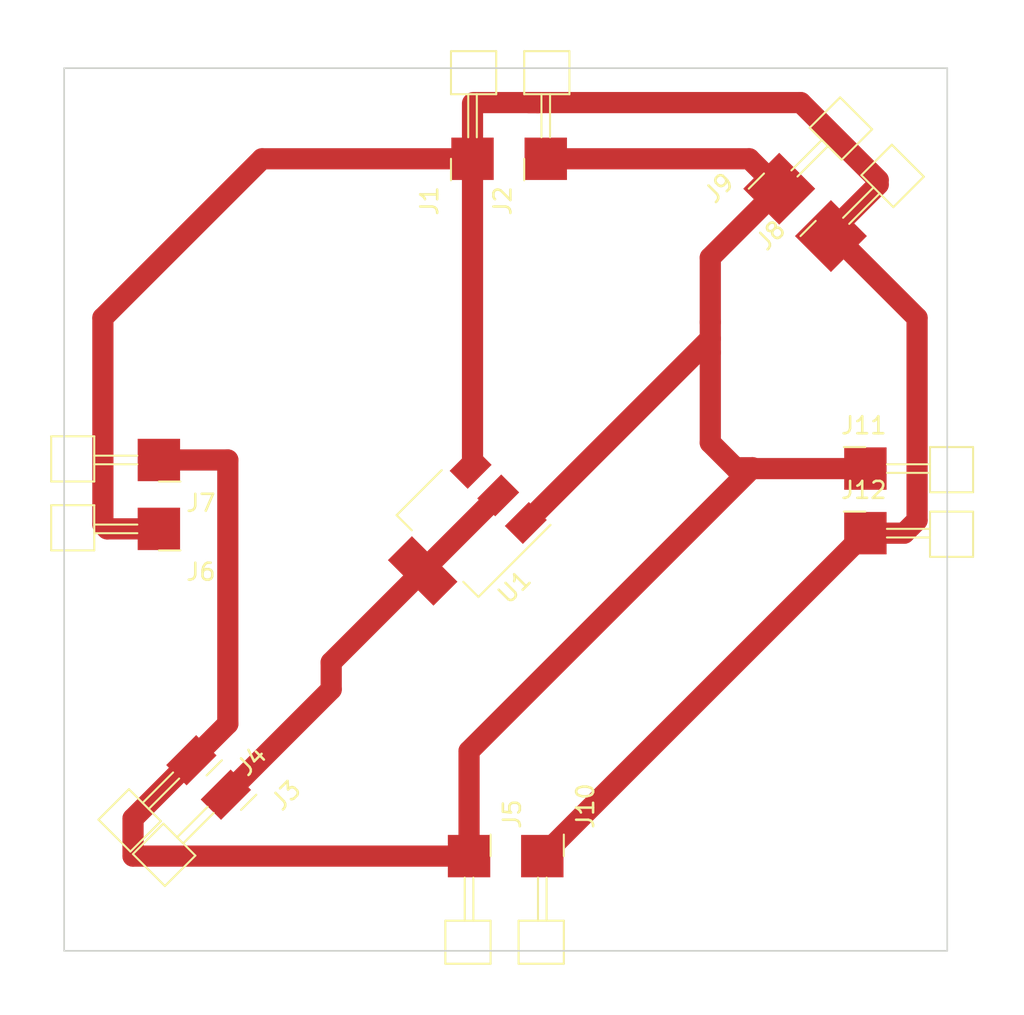
<source format=kicad_pcb>
(kicad_pcb (version 20211014) (generator pcbnew)
  (layers (0 "F.Cu" signal) (31 "B.Cu" signal) (34 "B.Paste" user) (35 "F.Paste" user) (36 "B.SilkS" user "B.Silkscreen") (37 "F.SilkS" user "F.Silkscreen") (38 "B.Mask" user) (39 "F.Mask" user) (44 "Edge.Cuts" user))
  (net 0 "")
  (net 1 "GND")
  (net 2 "11.1V")
  (net 3 "5V")
  (footprint "fab:PinHeader_1x01_P2.54mm_Horizontal_SMD" (layer "F.Cu") (at 218.694 127.762 -90)
    (fp_text reference "J5" (at -1.524 -2.54 90) (layer "F.SilkS") (effects (justify left)))
    (fp_text value "Conn_01x01_Male")
    (fp_line (start 3.81 1.397) (end 3.81 -1.27) (layer "F.SilkS") (width 0.12))
    (fp_line (start 6.35 -1.27) (end 6.35 1.397) (layer "F.SilkS") (width 0.12))
    (fp_line (start 3.81 -0.254) (end 1.27 -0.254) (layer "F.SilkS") (width 0.12))
    (fp_line (start 6.35 1.397) (end 3.81 1.397) (layer "F.SilkS") (width 0.12))
    (fp_line (start 3.81 -1.27) (end 6.35 -1.27) (layer "F.SilkS") (width 0.12))
    (fp_line (start 3.81 0.254) (end 1.27 0.254) (layer "F.SilkS") (width 0.12))
    (fp_line (start -1.27 -1.27) (end 0 -1.27) (layer "F.SilkS") (width 0.12))
    (pad "1" smd rect locked (at 0 0 270) (size 2.5 2.5) (layers "F.Cu" "F.Paste" "F.Mask") (net 1 "GND"))
  )
  (footprint "fab:PinHeader_1x01_P2.54mm_Horizontal_SMD" (layer "F.Cu") (at 204.353701 124.13901 -135)
    (fp_text reference "J3" (at -1.524 -2.54 45) (layer "F.SilkS") (effects (justify left)))
    (fp_text value "Conn_01x01_Male")
    (fp_line (start 3.81 -0.254) (end 1.27 -0.254) (layer "F.SilkS") (width 0.12))
    (fp_line (start 3.81 0.254) (end 1.27 0.254) (layer "F.SilkS") (width 0.12))
    (fp_line (start 6.35 1.397) (end 3.81 1.397) (layer "F.SilkS") (width 0.12))
    (fp_line (start 3.81 1.397) (end 3.81 -1.27) (layer "F.SilkS") (width 0.12))
    (fp_line (start 3.81 -1.27) (end 6.35 -1.27) (layer "F.SilkS") (width 0.12))
    (fp_line (start -1.27 -1.27) (end 0 -1.27) (layer "F.SilkS") (width 0.12))
    (fp_line (start 6.35 -1.27) (end 6.35 1.397) (layer "F.SilkS") (width 0.12))
    (pad "1" smd rect locked (at 0 0 225) (size 2.5 1.7) (layers "F.Cu" "F.Paste" "F.Mask") (net 3 "5V"))
  )
  (footprint "fab:PinHeader_1x01_P2.54mm_Horizontal_SMD" (layer "F.Cu") (at 242.062 108.712)
    (fp_text reference "J12" (at -1.524 -2.54 180) (layer "F.SilkS") (effects (justify left)))
    (fp_text value "Conn_01x01_Male")
    (fp_line (start 3.81 1.397) (end 3.81 -1.27) (layer "F.SilkS") (width 0.12))
    (fp_line (start 6.35 1.397) (end 3.81 1.397) (layer "F.SilkS") (width 0.12))
    (fp_line (start 3.81 -0.254) (end 1.27 -0.254) (layer "F.SilkS") (width 0.12))
    (fp_line (start -1.27 -1.27) (end 0 -1.27) (layer "F.SilkS") (width 0.12))
    (fp_line (start 3.81 -1.27) (end 6.35 -1.27) (layer "F.SilkS") (width 0.12))
    (fp_line (start 3.81 0.254) (end 1.27 0.254) (layer "F.SilkS") (width 0.12))
    (fp_line (start 6.35 -1.27) (end 6.35 1.397) (layer "F.SilkS") (width 0.12))
    (pad "1" smd rect locked (at 0 0) (size 2.5 2.5) (layers "F.Cu" "F.Paste" "F.Mask") (net 2 "11.1V"))
  )
  (footprint "fab:PinHeader_1x01_P2.54mm_Horizontal_SMD" (layer "F.Cu") (at 242.062 104.902)
    (fp_text reference "J11" (at -1.524 -2.54 180) (layer "F.SilkS") (effects (justify left)))
    (fp_text value "Conn_01x01_Male")
    (fp_line (start -1.27 -1.27) (end 0 -1.27) (layer "F.SilkS") (width 0.12))
    (fp_line (start 6.35 1.397) (end 3.81 1.397) (layer "F.SilkS") (width 0.12))
    (fp_line (start 6.35 -1.27) (end 6.35 1.397) (layer "F.SilkS") (width 0.12))
    (fp_line (start 3.81 1.397) (end 3.81 -1.27) (layer "F.SilkS") (width 0.12))
    (fp_line (start 3.81 0.254) (end 1.27 0.254) (layer "F.SilkS") (width 0.12))
    (fp_line (start 3.81 -1.27) (end 6.35 -1.27) (layer "F.SilkS") (width 0.12))
    (fp_line (start 3.81 -0.254) (end 1.27 -0.254) (layer "F.SilkS") (width 0.12))
    (pad "1" smd rect locked (at 0 0) (size 2.5 2.5) (layers "F.Cu" "F.Paste" "F.Mask") (net 1 "GND"))
  )
  (footprint "fab:PinHeader_1x01_P2.54mm_Horizontal_SMD" (layer "F.Cu") (at 200.406 104.394 180)
    (fp_text reference "J7" (at -1.524 -2.54) (layer "F.SilkS") (effects (justify left)))
    (fp_text value "Conn_01x01_Male")
    (fp_line (start -1.27 -1.27) (end 0 -1.27) (layer "F.SilkS") (width 0.12))
    (fp_line (start 3.81 -1.27) (end 6.35 -1.27) (layer "F.SilkS") (width 0.12))
    (fp_line (start 6.35 1.397) (end 3.81 1.397) (layer "F.SilkS") (width 0.12))
    (fp_line (start 6.35 -1.27) (end 6.35 1.397) (layer "F.SilkS") (width 0.12))
    (fp_line (start 3.81 -0.254) (end 1.27 -0.254) (layer "F.SilkS") (width 0.12))
    (fp_line (start 3.81 0.254) (end 1.27 0.254) (layer "F.SilkS") (width 0.12))
    (fp_line (start 3.81 1.397) (end 3.81 -1.27) (layer "F.SilkS") (width 0.12))
    (pad "1" smd rect locked (at 0 0 180) (size 2.5 2.5) (layers "F.Cu" "F.Paste" "F.Mask") (net 1 "GND"))
  )
  (footprint "fab:PinHeader_1x01_P2.54mm_Horizontal_SMD" (layer "F.Cu") (at 223.216 86.628 90)
    (fp_text reference "J2" (at -1.524 -2.54 90) (layer "F.SilkS") (effects (justify right)))
    (fp_text value "Conn_01x01_Male")
    (fp_line (start 3.81 1.397) (end 3.81 -1.27) (layer "F.SilkS") (width 0.12))
    (fp_line (start 3.81 0.254) (end 1.27 0.254) (layer "F.SilkS") (width 0.12))
    (fp_line (start 6.35 1.397) (end 3.81 1.397) (layer "F.SilkS") (width 0.12))
    (fp_line (start -1.27 -1.27) (end 0 -1.27) (layer "F.SilkS") (width 0.12))
    (fp_line (start 6.35 -1.27) (end 6.35 1.397) (layer "F.SilkS") (width 0.12))
    (fp_line (start 3.81 -1.27) (end 6.35 -1.27) (layer "F.SilkS") (width 0.12))
    (fp_line (start 3.81 -0.254) (end 1.27 -0.254) (layer "F.SilkS") (width 0.12))
    (pad "1" smd rect locked (at 0 0 90) (size 2.5 2.5) (layers "F.Cu" "F.Paste" "F.Mask") (net 1 "GND"))
  )
  (footprint "fab:SOT-223-3_TabPin2" (layer "F.Cu") (at 218.186 108.712 -135)
    (fp_text reference "U1" (at 0 -4.5 45) (layer "F.SilkS"))
    (fp_text value "Regulator_Linear_NCP1117-5.0V-1A")
    (fp_line (start -1.85 3.41) (end 1.91 3.41) (layer "F.SilkS") (width 0.12))
    (fp_line (start 1.91 -3.41) (end 1.91 -2.15) (layer "F.SilkS") (width 0.12))
    (fp_line (start -4.1 -3.41) (end 1.91 -3.41) (layer "F.SilkS") (width 0.12))
    (fp_line (start 1.91 3.41) (end 1.91 2.15) (layer "F.SilkS") (width 0.12))
    (pad "1" smd rect locked (at -3.15 -2.3 225) (size 2 1.5) (layers "F.Cu" "F.Paste" "F.Mask") (net 1 "GND"))
    (pad "2" smd rect locked (at -3.149999 0 225) (size 2 1.5) (layers "F.Cu" "F.Paste" "F.Mask") (net 3 "5V"))
    (pad "2" smd rect locked (at 3.149999 0 225) (size 2 3.8) (layers "F.Cu" "F.Paste" "F.Mask") (net 3 "5V"))
    (pad "3" smd rect locked (at -3.15 2.3 225) (size 2 1.5) (layers "F.Cu" "F.Paste" "F.Mask") (net 2 "11.1V"))
  )
  (footprint "fab:PinHeader_1x01_P2.54mm_Horizontal_SMD" (layer "F.Cu") (at 240.03 91.186 45)
    (fp_text reference "J8" (at -1.524 -2.54 45) (layer "F.SilkS") (effects (justify right)))
    (fp_text value "Conn_01x01_Male")
    (fp_line (start 3.81 -0.254) (end 1.27 -0.254) (layer "F.SilkS") (width 0.12))
    (fp_line (start 3.81 0.254) (end 1.27 0.254) (layer "F.SilkS") (width 0.12))
    (fp_line (start 3.81 1.397) (end 3.81 -1.27) (layer "F.SilkS") (width 0.12))
    (fp_line (start -1.27 -1.27) (end 0 -1.27) (layer "F.SilkS") (width 0.12))
    (fp_line (start 6.35 1.397) (end 3.81 1.397) (layer "F.SilkS") (width 0.12))
    (fp_line (start 3.81 -1.27) (end 6.35 -1.27) (layer "F.SilkS") (width 0.12))
    (fp_line (start 6.35 -1.27) (end 6.35 1.397) (layer "F.SilkS") (width 0.12))
    (pad "1" smd rect locked (at 0 0 45) (size 3 3) (layers "F.Cu" "F.Paste" "F.Mask") (net 2 "11.1V"))
  )
  (footprint "fab:PinHeader_1x01_P2.54mm_Horizontal_SMD" (layer "F.Cu") (at 200.406 108.458 180)
    (fp_text reference "J6" (at -1.524 -2.54) (layer "F.SilkS") (effects (justify left)))
    (fp_text value "Conn_01x01_Male")
    (fp_line (start 3.81 0.254) (end 1.27 0.254) (layer "F.SilkS") (width 0.12))
    (fp_line (start 3.81 -0.254) (end 1.27 -0.254) (layer "F.SilkS") (width 0.12))
    (fp_line (start -1.27 -1.27) (end 0 -1.27) (layer "F.SilkS") (width 0.12))
    (fp_line (start 3.81 1.397) (end 3.81 -1.27) (layer "F.SilkS") (width 0.12))
    (fp_line (start 3.81 -1.27) (end 6.35 -1.27) (layer "F.SilkS") (width 0.12))
    (fp_line (start 6.35 -1.27) (end 6.35 1.397) (layer "F.SilkS") (width 0.12))
    (fp_line (start 6.35 1.397) (end 3.81 1.397) (layer "F.SilkS") (width 0.12))
    (pad "1" smd rect locked (at 0 0 180) (size 2.5 2.5) (layers "F.Cu" "F.Paste" "F.Mask") (net 2 "11.1V"))
  )
  (footprint "fab:PinHeader_1x01_P2.54mm_Horizontal_SMD" (layer "F.Cu") (at 218.898 86.628 90)
    (fp_text reference "J1" (at -1.524 -2.54 90) (layer "F.SilkS") (effects (justify right)))
    (fp_text value "Conn_01x01_Male")
    (fp_line (start 3.81 -0.254) (end 1.27 -0.254) (layer "F.SilkS") (width 0.12))
    (fp_line (start -1.27 -1.27) (end 0 -1.27) (layer "F.SilkS") (width 0.12))
    (fp_line (start 6.35 -1.27) (end 6.35 1.397) (layer "F.SilkS") (width 0.12))
    (fp_line (start 3.81 1.397) (end 3.81 -1.27) (layer "F.SilkS") (width 0.12))
    (fp_line (start 3.81 -1.27) (end 6.35 -1.27) (layer "F.SilkS") (width 0.12))
    (fp_line (start 6.35 1.397) (end 3.81 1.397) (layer "F.SilkS") (width 0.12))
    (fp_line (start 3.81 0.254) (end 1.27 0.254) (layer "F.SilkS") (width 0.12))
    (pad "1" smd rect locked (at 0 0 90) (size 2.5 2.5) (layers "F.Cu" "F.Paste" "F.Mask") (net 2 "11.1V"))
  )
  (footprint "fab:PinHeader_1x01_P2.54mm_Horizontal_SMD" (layer "F.Cu") (at 223.012 127.762 -90)
    (fp_text reference "J10" (at -1.524 -2.54 90) (layer "F.SilkS") (effects (justify left)))
    (fp_text value "Conn_01x01_Male")
    (fp_line (start 6.35 1.397) (end 3.81 1.397) (layer "F.SilkS") (width 0.12))
    (fp_line (start -1.27 -1.27) (end 0 -1.27) (layer "F.SilkS") (width 0.12))
    (fp_line (start 3.81 -1.27) (end 6.35 -1.27) (layer "F.SilkS") (width 0.12))
    (fp_line (start 3.81 0.254) (end 1.27 0.254) (layer "F.SilkS") (width 0.12))
    (fp_line (start 6.35 -1.27) (end 6.35 1.397) (layer "F.SilkS") (width 0.12))
    (fp_line (start 3.81 1.397) (end 3.81 -1.27) (layer "F.SilkS") (width 0.12))
    (fp_line (start 3.81 -0.254) (end 1.27 -0.254) (layer "F.SilkS") (width 0.12))
    (pad "1" smd rect locked (at 0 0 270) (size 2.5 2.5) (layers "F.Cu" "F.Paste" "F.Mask") (net 2 "11.1V"))
  )
  (footprint "fab:PinHeader_1x01_P2.54mm_Horizontal_SMD" (layer "F.Cu") (at 202.321701 122.10701 -135)
    (fp_text reference "J4" (at -1.524 -2.54 45) (layer "F.SilkS") (effects (justify left)))
    (fp_text value "Conn_01x01_Male")
    (fp_line (start 3.81 0.254) (end 1.27 0.254) (layer "F.SilkS") (width 0.12))
    (fp_line (start 3.81 1.397) (end 3.81 -1.27) (layer "F.SilkS") (width 0.12))
    (fp_line (start 3.81 -1.27) (end 6.35 -1.27) (layer "F.SilkS") (width 0.12))
    (fp_line (start 6.35 1.397) (end 3.81 1.397) (layer "F.SilkS") (width 0.12))
    (fp_line (start 6.35 -1.27) (end 6.35 1.397) (layer "F.SilkS") (width 0.12))
    (fp_line (start -1.27 -1.27) (end 0 -1.27) (layer "F.SilkS") (width 0.12))
    (fp_line (start 3.81 -0.254) (end 1.27 -0.254) (layer "F.SilkS") (width 0.12))
    (pad "1" smd rect locked (at 0 0 225) (size 2.5 1.7) (layers "F.Cu" "F.Paste" "F.Mask") (net 1 "GND"))
  )
  (footprint "fab:PinHeader_1x01_P2.54mm_Horizontal_SMD" (layer "F.Cu") (at 236.982 88.392 45)
    (fp_text reference "J9" (at -1.524 -2.54 45) (layer "F.SilkS") (effects (justify right)))
    (fp_text value "Conn_01x01_Male")
    (fp_line (start -1.27 -1.27) (end 0 -1.27) (layer "F.SilkS") (width 0.12))
    (fp_line (start 3.81 0.254) (end 1.27 0.254) (layer "F.SilkS") (width 0.12))
    (fp_line (start 6.35 1.397) (end 3.81 1.397) (layer "F.SilkS") (width 0.12))
    (fp_line (start 3.81 -0.254) (end 1.27 -0.254) (layer "F.SilkS") (width 0.12))
    (fp_line (start 3.81 -1.27) (end 6.35 -1.27) (layer "F.SilkS") (width 0.12))
    (fp_line (start 3.81 1.397) (end 3.81 -1.27) (layer "F.SilkS") (width 0.12))
    (fp_line (start 6.35 -1.27) (end 6.35 1.397) (layer "F.SilkS") (width 0.12))
    (pad "1" smd rect locked (at 0 0 45) (size 3 3) (layers "F.Cu" "F.Paste" "F.Mask") (net 1 "GND"))
  )
  (gr_line (start 194.818 133.35) (end 246.888 133.35) (layer "Edge.Cuts") (width 0.1))
  (gr_line (start 194.818 81.28) (end 194.818 133.35) (layer "Edge.Cuts") (width 0.1))
  (gr_line (start 246.888 81.28) (end 194.818 81.28) (layer "Edge.Cuts") (width 0.1))
  (gr_line (start 246.888 133.35) (end 246.888 81.28) (layer "Edge.Cuts") (width 0.1))
  (segment (start 232.918 97.232691) (end 232.918 96.266) (width 0.25) (layer "F.Cu") (net 1))
  (segment (start 200.406 104.394) (end 204.47 104.394) (width 1.25) (layer "F.Cu") (net 1))
  (segment (start 223.216 86.628) (end 235.218 86.628) (width 1.25) (layer "F.Cu") (net 1))
  (segment (start 222.039732 108.110959) (end 232.918 97.232691) (width 1.25) (layer "F.Cu") (net 1))
  (segment (start 232.918 98.044) (end 232.918 103.378) (width 1.25) (layer "F.Cu") (net 1))
  (segment (start 204.47 119.958711) (end 202.321701 122.10701) (width 1.25) (layer "F.Cu") (net 1))
  (segment (start 234.492 104.852) (end 235.408 104.852) (width 1.25) (layer "F.Cu") (net 1))
  (segment (start 242.062 104.902) (end 235.458 104.902) (width 1.25) (layer "F.Cu") (net 1))
  (segment (start 202.321701 122.10701) (end 198.882 125.546711) (width 1.25) (layer "F.Cu") (net 1))
  (segment (start 218.694 121.566) (end 235.408 104.852) (width 1.25) (layer "F.Cu") (net 1))
  (segment (start 232.918 96.266) (end 232.918 98.044) (width 1.25) (layer "F.Cu") (net 1))
  (segment (start 232.918 92.456) (end 232.918 96.266) (width 1.25) (layer "F.Cu") (net 1))
  (segment (start 198.882 127.762) (end 218.694 127.762) (width 1.25) (layer "F.Cu") (net 1))
  (segment (start 236.982 88.392) (end 232.918 92.456) (width 1.25) (layer "F.Cu") (net 1))
  (segment (start 232.918 103.378) (end 234.442 104.902) (width 1.25) (layer "F.Cu") (net 1))
  (segment (start 234.442 104.902) (end 234.492 104.852) (width 1.25) (layer "F.Cu") (net 1))
  (segment (start 235.458 104.902) (end 235.408 104.852) (width 0.25) (layer "F.Cu") (net 1))
  (segment (start 235.218 86.628) (end 236.982 88.392) (width 1.25) (layer "F.Cu") (net 1))
  (segment (start 218.694 127.762) (end 218.694 121.566) (width 1.25) (layer "F.Cu") (net 1))
  (segment (start 204.47 104.394) (end 204.47 119.958711) (width 1.25) (layer "F.Cu") (net 1))
  (segment (start 198.882 125.546711) (end 198.882 127.762) (width 1.25) (layer "F.Cu") (net 1))
  (segment (start 218.898 86.628) (end 218.898 83.362) (width 1.25) (layer "F.Cu") (net 2))
  (segment (start 222.25 83.312) (end 222.758 83.312) (width 1.25) (layer "F.Cu") (net 2))
  (segment (start 206.488 86.628) (end 197.104 96.012) (width 1.25) (layer "F.Cu") (net 2))
  (segment (start 218.898 86.628) (end 218.934 86.628) (width 0.25) (layer "F.Cu") (net 2))
  (segment (start 242.062 108.712) (end 223.012 127.762) (width 1.25) (layer "F.Cu") (net 2))
  (segment (start 238.252 83.312) (end 242.824 87.884) (width 1.25) (layer "F.Cu") (net 2))
  (segment (start 242.824 88.138) (end 240.03 90.932) (width 1.25) (layer "F.Cu") (net 2))
  (segment (start 197.104 108.204) (end 197.358 108.458) (width 1.25) (layer "F.Cu") (net 2))
  (segment (start 245.11 107.95) (end 244.348 108.712) (width 1.25) (layer "F.Cu") (net 2))
  (segment (start 222.758 83.312) (end 238.252 83.312) (width 1.25) (layer "F.Cu") (net 2))
  (segment (start 218.898 86.628) (end 218.898 104.747309) (width 1.25) (layer "F.Cu") (net 2))
  (segment (start 218.898 104.747309) (end 218.787041 104.858268) (width 0.25) (layer "F.Cu") (net 2))
  (segment (start 197.358 108.458) (end 200.406 108.458) (width 1.25) (layer "F.Cu") (net 2))
  (segment (start 244.348 108.712) (end 242.062 108.712) (width 1.25) (layer "F.Cu") (net 2))
  (segment (start 206.488 86.628) (end 218.898 86.628) (width 1.25) (layer "F.Cu") (net 2))
  (segment (start 245.11 96.012) (end 245.11 107.95) (width 1.25) (layer "F.Cu") (net 2))
  (segment (start 218.948 83.312) (end 222.758 83.312) (width 1.25) (layer "F.Cu") (net 2))
  (segment (start 242.824 87.884) (end 242.824 88.138) (width 0.25) (layer "F.Cu") (net 2))
  (segment (start 218.898 83.362) (end 218.948 83.312) (width 0.25) (layer "F.Cu") (net 2))
  (segment (start 197.104 96.012) (end 197.104 108.204) (width 1.25) (layer "F.Cu") (net 2))
  (segment (start 240.03 90.932) (end 245.11 96.012) (width 1.25) (layer "F.Cu") (net 2))
  (segment (start 215.958614 110.939386) (end 210.566 116.332) (width 1.25) (layer "F.Cu") (net 3))
  (segment (start 210.566 117.926711) (end 204.353701 124.13901) (width 1.25) (layer "F.Cu") (net 3))
  (segment (start 215.958614 110.939386) (end 220.413386 106.484614) (width 1.25) (layer "F.Cu") (net 3))
  (segment (start 210.566 116.332) (end 210.566 117.926711) (width 1.25) (layer "F.Cu") (net 3))
)
</source>
